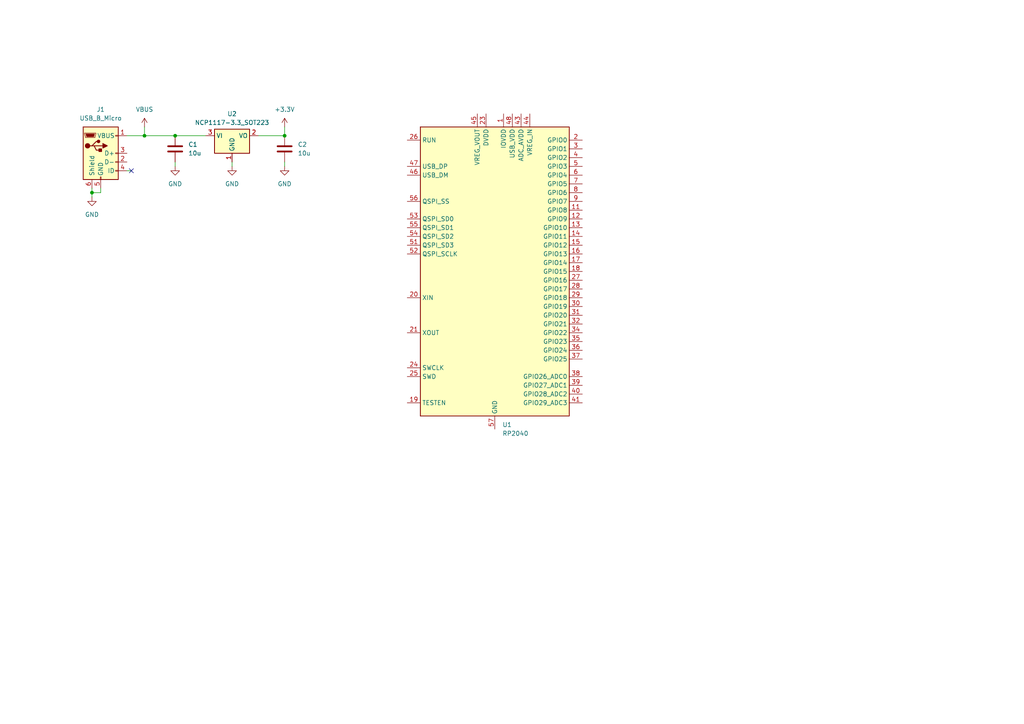
<source format=kicad_sch>
(kicad_sch (version 20230121) (generator eeschema)
  (paper "A4")
  (lib_symbols
    (symbol "Connector:USB_B_Micro" (pin_names (offset 1.016))
      (property "Reference" "J" (at -5.08 11.43 0))
      (property "Value" "USB_B_Micro" (at -5.08 8.89 0))
      (symbol "USB_B_Micro_0_1"
        (rectangle (start -5.08 -7.62) (end 5.08 7.62) (stroke (width 0.254)) (fill (type background)))
        (circle (center -3.81 2.159) (radius 0.635) (stroke (width 0.254)) (fill (type outline)))
        (circle (center -0.635 3.429) (radius 0.381) (stroke (width 0.254)) (fill (type outline)))
        (rectangle (start -0.127 -7.62) (end 0.127 -6.858))
        (polyline (pts (xy -1.905 2.159) (xy 0.635 2.159)) (stroke (width 0.254)))
        (polyline (pts (xy -3.175 2.159) (xy -2.54 2.159) (xy -1.27 3.429) (xy -0.635 3.429)) (stroke (width 0.254)))
        (polyline (pts (xy -2.54 2.159) (xy -1.905 2.159) (xy -1.27 0.889) (xy 0 0.889)) (stroke (width 0.254)))
        (polyline (pts (xy 0.635 2.794) (xy 0.635 1.524) (xy 1.905 2.159) (xy 0.635 2.794)) (stroke (width 0.254)) (fill (type outline)))
        (polyline (pts (xy -4.318 5.588) (xy -1.778 5.588) (xy -2.032 4.826) (xy -4.064 4.826) (xy -4.318 5.588)) (fill (type outline)))
        (polyline (pts (xy -4.699 5.842) (xy -4.699 5.588) (xy -4.445 4.826) (xy -4.445 4.572) (xy -1.651 4.572) (xy -1.651 4.826) (xy -1.397 5.588) (xy -1.397 5.842) (xy -4.699 5.842)))
        (rectangle (start 0.254 1.27) (end -0.508 0.508) (stroke (width 0.254)) (fill (type outline)))
        (rectangle (start 5.08 -5.207) (end 4.318 -4.953))
        (rectangle (start 5.08 -2.667) (end 4.318 -2.413))
        (rectangle (start 5.08 -0.127) (end 4.318 0.127))
        (rectangle (start 5.08 4.953) (end 4.318 5.207))
      )
      (symbol "USB_B_Micro_1_1"
        (pin power_out line (at 7.62 5.08 180) (length 2.54) (name "VBUS") (number "1"))
        (pin bidirectional line (at 7.62 -2.54 180) (length 2.54) (name "D-") (number "2"))
        (pin bidirectional line (at 7.62 0 180) (length 2.54) (name "D+") (number "3"))
        (pin passive line (at 7.62 -5.08 180) (length 2.54) (name "ID") (number "4"))
        (pin power_out line (at 0 -10.16 90) (length 2.54) (name "GND") (number "5"))
        (pin passive line (at -2.54 -10.16 90) (length 2.54) (name "Shield") (number "6"))
      )
    )
    (symbol "Device:C" (pin_numbers hide) (pin_names (offset 0.254))
      (property "Reference" "C" (at 0.635 2.54 0))
      (property "Value" "C" (at 0.635 -2.54 0))
      (symbol "C_0_1"
        (polyline (pts (xy -2.032 -0.762) (xy 2.032 -0.762)) (stroke (width 0.508)))
        (polyline (pts (xy -2.032 0.762) (xy 2.032 0.762)) (stroke (width 0.508)))
      )
      (symbol "C_1_1"
        (pin passive line (at 0 3.81 270) (length 2.794) (name "~") (number "1"))
        (pin passive line (at 0 -3.81 90) (length 2.794) (name "~") (number "2"))
      )
    )
    (symbol "MCU_RaspberryPi:RP2040"
      (property "Reference" "U" (at 17.78 45.72 0))
      (property "Value" "RP2040" (at 17.78 43.18 0))
      (symbol "RP2040_0_1"
        (rectangle (start -21.59 41.91) (end 21.59 -41.91) (stroke (width 0.254)) (fill (type background)))
      )
      (symbol "RP2040_1_1"
        (pin power_in line (at 2.54 45.72 270) (length 3.81) (name "IOVDD") (number "1"))
        (pin passive line (at 2.54 45.72 270) (length 3.81) hide (name "IOVDD") (number "10"))
        (pin bidirectional line (at 25.4 17.78 180) (length 3.81) (name "GPIO8") (number "11"))
        (pin bidirectional line (at 25.4 15.24 180) (length 3.81) (name "GPIO9") (number "12"))
        (pin bidirectional line (at 25.4 12.7 180) (length 3.81) (name "GPIO10") (number "13"))
        (pin bidirectional line (at 25.4 10.16 180) (length 3.81) (name "GPIO11") (number "14"))
        (pin bidirectional line (at 25.4 7.62 180) (length 3.81) (name "GPIO12") (number "15"))
        (pin bidirectional line (at 25.4 5.08 180) (length 3.81) (name "GPIO13") (number "16"))
        (pin bidirectional line (at 25.4 2.54 180) (length 3.81) (name "GPIO14") (number "17"))
        (pin bidirectional line (at 25.4 0 180) (length 3.81) (name "GPIO15") (number "18"))
        (pin input line (at -25.4 -38.1 0) (length 3.81) (name "TESTEN") (number "19"))
        (pin bidirectional line (at 25.4 38.1 180) (length 3.81) (name "GPIO0") (number "2"))
        (pin input line (at -25.4 -7.62 0) (length 3.81) (name "XIN") (number "20"))
        (pin passive line (at -25.4 -17.78 0) (length 3.81) (name "XOUT") (number "21"))
        (pin passive line (at 2.54 45.72 270) (length 3.81) hide (name "IOVDD") (number "22"))
        (pin power_in line (at -2.54 45.72 270) (length 3.81) (name "DVDD") (number "23"))
        (pin input line (at -25.4 -27.94 0) (length 3.81) (name "SWCLK") (number "24"))
        (pin bidirectional line (at -25.4 -30.48 0) (length 3.81) (name "SWD") (number "25"))
        (pin input line (at -25.4 38.1 0) (length 3.81) (name "RUN") (number "26"))
        (pin bidirectional line (at 25.4 -2.54 180) (length 3.81) (name "GPIO16") (number "27"))
        (pin bidirectional line (at 25.4 -5.08 180) (length 3.81) (name "GPIO17") (number "28"))
        (pin bidirectional line (at 25.4 -7.62 180) (length 3.81) (name "GPIO18") (number "29"))
        (pin bidirectional line (at 25.4 35.56 180) (length 3.81) (name "GPIO1") (number "3"))
        (pin bidirectional line (at 25.4 -10.16 180) (length 3.81) (name "GPIO19") (number "30"))
        (pin bidirectional line (at 25.4 -12.7 180) (length 3.81) (name "GPIO20") (number "31"))
        (pin bidirectional line (at 25.4 -15.24 180) (length 3.81) (name "GPIO21") (number "32"))
        (pin passive line (at 2.54 45.72 270) (length 3.81) hide (name "IOVDD") (number "33"))
        (pin bidirectional line (at 25.4 -17.78 180) (length 3.81) (name "GPIO22") (number "34"))
        (pin bidirectional line (at 25.4 -20.32 180) (length 3.81) (name "GPIO23") (number "35"))
        (pin bidirectional line (at 25.4 -22.86 180) (length 3.81) (name "GPIO24") (number "36"))
        (pin bidirectional line (at 25.4 -25.4 180) (length 3.81) (name "GPIO25") (number "37"))
        (pin bidirectional line (at 25.4 -30.48 180) (length 3.81) (name "GPIO26_ADC0") (number "38"))
        (pin bidirectional line (at 25.4 -33.02 180) (length 3.81) (name "GPIO27_ADC1") (number "39"))
        (pin bidirectional line (at 25.4 33.02 180) (length 3.81) (name "GPIO2") (number "4"))
        (pin bidirectional line (at 25.4 -35.56 180) (length 3.81) (name "GPIO28_ADC2") (number "40"))
        (pin bidirectional line (at 25.4 -38.1 180) (length 3.81) (name "GPIO29_ADC3") (number "41"))
        (pin passive line (at 2.54 45.72 270) (length 3.81) hide (name "IOVDD") (number "42"))
        (pin power_in line (at 7.62 45.72 270) (length 3.81) (name "ADC_AVDD") (number "43"))
        (pin power_in line (at 10.16 45.72 270) (length 3.81) (name "VREG_IN") (number "44"))
        (pin power_out line (at -5.08 45.72 270) (length 3.81) (name "VREG_VOUT") (number "45"))
        (pin bidirectional line (at -25.4 27.94 0) (length 3.81) (name "USB_DM") (number "46"))
        (pin bidirectional line (at -25.4 30.48 0) (length 3.81) (name "USB_DP") (number "47"))
        (pin power_in line (at 5.08 45.72 270) (length 3.81) (name "USB_VDD") (number "48"))
        (pin passive line (at 2.54 45.72 270) (length 3.81) hide (name "IOVDD") (number "49"))
        (pin bidirectional line (at 25.4 30.48 180) (length 3.81) (name "GPIO3") (number "5"))
        (pin passive line (at -2.54 45.72 270) (length 3.81) hide (name "DVDD") (number "50"))
        (pin bidirectional line (at -25.4 7.62 0) (length 3.81) (name "QSPI_SD3") (number "51"))
        (pin output line (at -25.4 5.08 0) (length 3.81) (name "QSPI_SCLK") (number "52"))
        (pin bidirectional line (at -25.4 15.24 0) (length 3.81) (name "QSPI_SD0") (number "53"))
        (pin bidirectional line (at -25.4 10.16 0) (length 3.81) (name "QSPI_SD2") (number "54"))
        (pin bidirectional line (at -25.4 12.7 0) (length 3.81) (name "QSPI_SD1") (number "55"))
        (pin bidirectional line (at -25.4 20.32 0) (length 3.81) (name "QSPI_SS") (number "56"))
        (pin power_in line (at 0 -45.72 90) (length 3.81) (name "GND") (number "57"))
        (pin bidirectional line (at 25.4 27.94 180) (length 3.81) (name "GPIO4") (number "6"))
        (pin bidirectional line (at 25.4 25.4 180) (length 3.81) (name "GPIO5") (number "7"))
        (pin bidirectional line (at 25.4 22.86 180) (length 3.81) (name "GPIO6") (number "8"))
        (pin bidirectional line (at 25.4 20.32 180) (length 3.81) (name "GPIO7") (number "9"))
      )
    )
    (symbol "Regulator_Linear:NCP1117-3.3_SOT223"
      (property "Reference" "U" (at -3.81 3.175 0))
      (property "Value" "NCP1117-3.3_SOT223" (at 0 3.175 0))
      (symbol "NCP1117-3.3_SOT223_0_1"
        (rectangle (start -5.08 -5.08) (end 5.08 1.905) (stroke (width 0.254)) (fill (type background)))
      )
      (symbol "NCP1117-3.3_SOT223_1_1"
        (pin power_in line (at 0 -7.62 90) (length 2.54) (name "GND") (number "1"))
        (pin power_out line (at 7.62 0 180) (length 2.54) (name "VO") (number "2"))
        (pin power_in line (at -7.62 0 0) (length 2.54) (name "VI") (number "3"))
      )
    )
    (symbol "power:+3.3V" (power) (pin_names (offset 0))
      (property "Value" "+3.3V" (at 0 3.556 0))
      (symbol "+3.3V_0_1"
        (polyline (pts (xy -0.762 1.27) (xy 0 2.54)))
        (polyline (pts (xy 0 0) (xy 0 2.54)))
        (polyline (pts (xy 0 2.54) (xy 0.762 1.27)))
      )
      (symbol "+3.3V_1_1"
        (pin power_in line (at 0 0 90) (length 0) hide (name "+3.3V") (number "1"))
      )
    )
    (symbol "power:GND" (power) (pin_names (offset 0))
      (property "Value" "GND" (at 0 -3.81 0))
      (symbol "GND_0_1"
        (polyline (pts (xy 0 0) (xy 0 -1.27) (xy 1.27 -1.27) (xy 0 -2.54) (xy -1.27 -1.27) (xy 0 -1.27)))
      )
      (symbol "GND_1_1"
        (pin power_in line (at 0 0 270) (length 0) hide (name "GND") (number "1"))
      )
    )
    (symbol "power:VBUS" (power) (pin_names (offset 0))
      (property "Value" "VBUS" (at 0 3.81 0))
      (symbol "VBUS_0_1"
        (polyline (pts (xy -0.762 1.27) (xy 0 2.54)))
        (polyline (pts (xy 0 0) (xy 0 2.54)))
        (polyline (pts (xy 0 2.54) (xy 0.762 1.27)))
      )
      (symbol "VBUS_1_1"
        (pin power_in line (at 0 0 90) (length 0) hide (name "VBUS") (number "1"))
      )
    )
  )
  (junction (at 26.67 55.88))
  (junction (at 41.91 39.37))
  (junction (at 50.8 39.37))
  (junction (at 82.55 39.37))
  (no_connect (at 38.1 49.53))
  (wire (pts (xy 29.21 55.88) (xy 26.67 55.88)))
  (wire (pts (xy 26.67 55.88) (xy 26.67 57.15)))
  (wire (pts (xy 41.91 39.37) (xy 41.91 36.83)))
  (wire (pts (xy 36.83 39.37) (xy 41.91 39.37)))
  (wire (pts (xy 82.55 48.26) (xy 82.55 46.99)))
  (wire (pts (xy 82.55 39.37) (xy 82.55 36.83)))
  (wire (pts (xy 29.21 54.61) (xy 29.21 55.88)))
  (wire (pts (xy 50.8 39.37) (xy 59.69 39.37)))
  (wire (pts (xy 74.93 39.37) (xy 82.55 39.37)))
  (wire (pts (xy 50.8 48.26) (xy 50.8 46.99)))
  (wire (pts (xy 26.67 54.61) (xy 26.67 55.88)))
  (wire (pts (xy 41.91 39.37) (xy 50.8 39.37)))
  (wire (pts (xy 38.1 49.53) (xy 36.83 49.53)))
  (wire (pts (xy 67.31 48.26) (xy 67.31 46.99)))
  (symbol (lib_id "Device:C") (at 82.55 43.18 0) (unit 1)
    (property "Reference" "C2" (at 86.36 41.91 0) (effects (justify left)))
    (property "Value" "10u" (at 86.36 44.45 0) (effects (justify left)))
  )
  (symbol (lib_id "Device:C") (at 50.8 43.18 0) (unit 1)
    (property "Reference" "C1" (at 54.61 41.91 0) (effects (justify left)))
    (property "Value" "10u" (at 54.61 44.45 0) (effects (justify left)))
  )
  (symbol (lib_id "Regulator_Linear:NCP1117-3.3_SOT223") (at 67.31 39.37 0) (unit 1)
    (property "Reference" "U2" (at 67.31 33.02 0))
    (property "Value" "NCP1117-3.3_SOT223" (at 67.31 35.56 0))
    (property "Footprint" "Package_TO_SOT_SMD:SOT-223-3_TabPin2" (effects hide))
    (property "Datasheet" "http://www.onsemi.com/pub_link/Collateral/NCP1117-D.PDF" (effects hide))
  )
  (symbol (lib_id "MCU_RaspberryPi:RP2040") (at 143.51 78.74 0) (unit 1)
    (property "Reference" "U1" (at 145.7041 123.19 0) (effects (justify left)))
    (property "Value" "RP2040" (at 145.7041 125.73 0) (effects (justify left)))
    (property "Footprint" "Package_DFN_QFN:QFN-56-1EP_7x7mm_P0.4mm_EP3.2x3.2mm" (effects hide))
    (property "Datasheet" "https://datasheets.raspberrypi.com/rp2040/rp2040-datasheet.pdf" (effects hide))
  )
  (symbol (lib_id "Connector:USB_B_Micro") (at 29.21 44.45 0) (unit 1)
    (property "Reference" "J1" (at 29.21 31.75 0))
    (property "Value" "USB_B_Micro" (at 29.21 34.29 0))
  )
  (symbol (lib_id "power:GND") (at 26.67 57.15 0) (unit 1)
    (property "Reference" "#PWR04" (effects hide))
    (property "Value" "GND" (at 26.67 62.23 0))
  )
  (symbol (lib_id "power:+3.3V") (at 82.55 36.83 0) (unit 1)
    (property "Reference" "#PWR01" (effects hide))
    (property "Value" "+3.3V" (at 82.55 31.75 0))
  )
  (symbol (lib_id "power:GND") (at 50.8 48.26 0) (unit 1)
    (property "Reference" "#PWR03" (effects hide))
    (property "Value" "GND" (at 50.8 53.34 0))
  )
  (symbol (lib_id "power:GND") (at 82.55 48.26 0) (unit 1)
    (property "Reference" "#PWR06" (effects hide))
    (property "Value" "GND" (at 82.55 53.34 0))
  )
  (symbol (lib_id "power:VBUS") (at 41.91 36.83 0) (unit 1)
    (property "Reference" "#PWR02" (effects hide))
    (property "Value" "VBUS" (at 41.91 31.75 0))
  )
  (symbol (lib_id "power:GND") (at 67.31 48.26 0) (unit 1)
    (property "Reference" "#PWR05" (effects hide))
    (property "Value" "GND" (at 67.31 53.34 0))
  )
)
</source>
